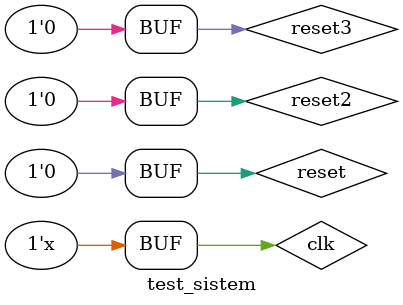
<source format=sv>
`timescale 1ns / 1ps


module test_sistem();
       logic clk,reset,reset2,reset3;
       logic [3:0] DEC;
       logic [6:0] sevenSeg;
       
       sistema_multi DUT(.clk(clk),
                         .DEC(DEC),
                         .reset(reset),
                         .reset2(reset2),
                         .reset3(reset3),
                         .sevenSeg(sevenSeg)
                        );
       always #1 clk=~clk; //genera un reloj de entrada

        initial begin 
            clk=0;
            reset=1;
            reset2 = 1;
            reset3 = 1;
            
            #1.5
           reset = 0;
            
            #10
            
            reset2 = 0;
            reset3 = 0;
            
           
            
        end
        
        
endmodule

</source>
